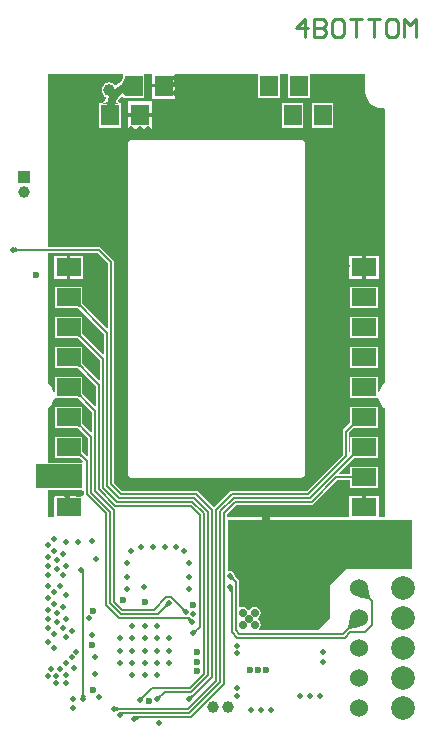
<source format=gbl>
G04*
G04 #@! TF.GenerationSoftware,Altium Limited,Altium Designer,20.0.1 (14)*
G04*
G04 Layer_Physical_Order=4*
G04 Layer_Color=16711680*
%FSLAX44Y44*%
%MOMM*%
G71*
G01*
G75*
%ADD10C,0.2540*%
%ADD20C,0.1800*%
%ADD41C,1.0000*%
%ADD77C,0.5000*%
%ADD78R,1.0000X1.0000*%
%ADD79C,2.0000*%
%ADD80C,1.5240*%
%ADD81C,0.6000*%
%ADD82C,0.7000*%
%ADD90C,0.7000*%
%ADD91R,1.5000X1.8000*%
%ADD92R,2.0000X1.5000*%
%ADD93R,3.8773X2.0000*%
G36*
X125030Y540031D02*
X123223Y542645D01*
X123072Y550526D01*
X125030Y555273D01*
Y540031D01*
D02*
G37*
G36*
X328813Y543666D02*
X328813Y543666D01*
X328749D01*
X329226Y540045D01*
X330624Y536671D01*
X332847Y533774D01*
X335744Y531551D01*
X339118Y530153D01*
X342739Y529676D01*
X344045Y529848D01*
X345000Y529011D01*
Y296927D01*
X344004Y296162D01*
X341781Y293265D01*
X340383Y289891D01*
X340370Y289792D01*
X339100Y289875D01*
Y302500D01*
X315900D01*
Y284300D01*
X338885D01*
X339100Y284300D01*
X340215Y283926D01*
X340383Y282649D01*
X341781Y279275D01*
X344004Y276378D01*
X345000Y275613D01*
Y183500D01*
X340040D01*
Y201840D01*
X329000D01*
Y191800D01*
X326000D01*
Y201840D01*
X314960D01*
Y183500D01*
X211549D01*
Y185944D01*
X219756Y194151D01*
X283508D01*
X284484Y194345D01*
X285311Y194898D01*
X305064Y214651D01*
X315900D01*
Y208100D01*
X339100D01*
Y226300D01*
X315900D01*
Y219749D01*
X307013D01*
X306527Y220922D01*
X319105Y233500D01*
X339100D01*
Y251700D01*
X315900D01*
Y239102D01*
X315819Y239025D01*
X314549Y239570D01*
Y254944D01*
X318505Y258900D01*
X339100D01*
Y277100D01*
X315900D01*
Y264157D01*
X315683Y263288D01*
X310198Y257802D01*
X309645Y256975D01*
X309451Y256000D01*
Y236056D01*
X279444Y206049D01*
X215884D01*
X214908Y205855D01*
X214081Y205302D01*
X200404Y191625D01*
X186727Y205302D01*
X185900Y205855D01*
X184925Y206049D01*
X122556D01*
X115949Y212656D01*
Y399600D01*
X115755Y400575D01*
X115202Y401402D01*
X104802Y411802D01*
X103975Y412355D01*
X103000Y412549D01*
X60000D01*
Y558344D01*
X123400D01*
Y555598D01*
X121811Y551747D01*
X118488Y549971D01*
X117977Y549552D01*
X116715Y549697D01*
X116707Y549707D01*
X115329Y550765D01*
X113723Y551430D01*
X112000Y551657D01*
X110277Y551430D01*
X108672Y550765D01*
X107293Y549707D01*
X106235Y548329D01*
X105570Y546723D01*
X105343Y545000D01*
X105570Y543277D01*
X106235Y541671D01*
X107293Y540293D01*
X108672Y539235D01*
X109045Y539080D01*
X109198Y538652D01*
X108446Y536172D01*
X105338Y534600D01*
X103400D01*
Y513400D01*
X121600D01*
Y532969D01*
X121601Y532973D01*
X121600Y532977D01*
Y534600D01*
X120486D01*
X119218Y535490D01*
X120157Y537247D01*
X121932Y539410D01*
X122269Y539595D01*
X123400Y539000D01*
Y538400D01*
X125026D01*
X125030Y538399D01*
X125035Y538400D01*
X141600D01*
Y558344D01*
X147860D01*
Y550500D01*
X157900D01*
X167940D01*
Y558344D01*
X238000D01*
Y538400D01*
X256200D01*
Y558344D01*
X263400D01*
Y538400D01*
X281600D01*
Y558344D01*
X328813D01*
Y543666D01*
D02*
G37*
G36*
X117118Y534970D02*
X119970Y532970D01*
X105669Y532939D01*
X109784Y535021D01*
X117118Y534970D01*
D02*
G37*
G36*
X34332Y410900D02*
Y409100D01*
X32001Y408001D01*
Y411999D01*
X34332Y410900D01*
D02*
G37*
G36*
X87851Y363021D02*
X86579Y361749D01*
X84924Y362131D01*
X87470Y364676D01*
X87851Y363021D01*
D02*
G37*
G36*
X110851Y398544D02*
Y344013D01*
X109678Y343527D01*
X89328Y363876D01*
X89100Y364866D01*
Y378700D01*
X65900D01*
Y360500D01*
X84734D01*
X85723Y360272D01*
X107451Y338544D01*
Y321813D01*
X106278Y321327D01*
X89328Y338276D01*
X89100Y339266D01*
Y353300D01*
X65900D01*
Y335100D01*
X83854D01*
X84100Y335051D01*
X84747D01*
X85524Y334872D01*
X104051Y316344D01*
Y300013D01*
X102878Y299527D01*
X89328Y313076D01*
X89100Y314066D01*
Y327900D01*
X65900D01*
Y309700D01*
X84734D01*
X85723Y309472D01*
X100651Y294544D01*
Y278013D01*
X99478Y277527D01*
X89328Y287677D01*
X89100Y288666D01*
Y302500D01*
X65900D01*
Y289874D01*
X64630Y289791D01*
X64617Y289891D01*
X63219Y293265D01*
X60996Y296162D01*
X60000Y296926D01*
Y407451D01*
X101944D01*
X110851Y398544D01*
D02*
G37*
G36*
X87851Y337421D02*
X86378Y336349D01*
X84724Y336730D01*
X87470Y339076D01*
X87851Y337421D01*
D02*
G37*
G36*
Y312221D02*
X86579Y310949D01*
X84924Y311331D01*
X87470Y313876D01*
X87851Y312221D01*
D02*
G37*
G36*
Y286821D02*
X86579Y285549D01*
X84924Y285931D01*
X87470Y288476D01*
X87851Y286821D01*
D02*
G37*
G36*
X317530Y260530D02*
X317421Y260149D01*
X317149Y262421D01*
X317561Y264076D01*
X317530Y260530D01*
D02*
G37*
G36*
X87851Y261421D02*
X86579Y260149D01*
X84924Y260530D01*
X87470Y263076D01*
X87851Y261421D01*
D02*
G37*
G36*
X85723Y284072D02*
X97251Y272544D01*
Y256013D01*
X96078Y255527D01*
X89328Y262276D01*
X89100Y263266D01*
Y277100D01*
X65900D01*
Y258900D01*
X84734D01*
X85723Y258672D01*
X93851Y250544D01*
Y235413D01*
X92678Y234927D01*
X89317Y238288D01*
X89100Y239157D01*
Y251700D01*
X65900D01*
Y233500D01*
X86895D01*
X89642Y230753D01*
X89016Y229583D01*
X88773Y229631D01*
X60000D01*
Y275613D01*
X60996Y276378D01*
X63219Y279275D01*
X64617Y282649D01*
X64785Y283926D01*
X65900Y284300D01*
Y284300D01*
X84734D01*
X85723Y284072D01*
D02*
G37*
G36*
X87851Y237421D02*
Y234876D01*
X87470Y235131D01*
X87439Y239076D01*
X87851Y237421D01*
D02*
G37*
G36*
X317536Y235679D02*
X318022Y234749D01*
X317530Y235131D01*
X317536Y235679D01*
X317149Y236421D01*
X317561Y238076D01*
X317536Y235679D01*
D02*
G37*
G36*
X317561Y215400D02*
X316991Y216300D01*
Y218100D01*
X317561Y219000D01*
Y215400D01*
D02*
G37*
G36*
X90001Y206021D02*
X90451Y205669D01*
Y203000D01*
X90464Y202934D01*
X89387Y201840D01*
X79000D01*
Y191800D01*
X76000D01*
Y201840D01*
X64960D01*
Y183500D01*
X60000D01*
Y206369D01*
X88773D01*
X89181Y206450D01*
X90001Y206021D01*
D02*
G37*
G36*
X90636Y137636D02*
X89364Y136364D01*
X87791Y136509D01*
X90491Y139209D01*
X90636Y137636D01*
D02*
G37*
G36*
X217346Y131926D02*
X216073Y130654D01*
X213648Y131525D01*
X216475Y134352D01*
X217346Y131926D01*
D02*
G37*
G36*
X216500Y120579D02*
X214700Y120100D01*
X212832Y121790D01*
X216445Y123480D01*
X216500Y120579D01*
D02*
G37*
G36*
X332220Y115303D02*
X330947Y114030D01*
X321927Y115706D01*
X330544Y124323D01*
X332220Y115303D01*
D02*
G37*
G36*
X162610Y108280D02*
X160184Y107409D01*
X158912Y108682D01*
X159783Y111107D01*
X162610Y108280D01*
D02*
G37*
G36*
X176998Y105700D02*
X174008Y103045D01*
X173266Y105546D01*
X174668Y106689D01*
X176998Y105700D01*
D02*
G37*
G36*
X182352Y97475D02*
X179525Y94648D01*
X178654Y97073D01*
X179926Y98346D01*
X182352Y97475D01*
D02*
G37*
G36*
X324073Y90306D02*
X315053Y88630D01*
X313780Y89903D01*
X315456Y98923D01*
X324073Y90306D01*
D02*
G37*
G36*
X368000Y140000D02*
X313000Y140000D01*
X299000Y126000D01*
Y98000D01*
X289000Y88000D01*
X239557D01*
X238976Y89270D01*
X239804Y90510D01*
X240200Y92500D01*
X239804Y94490D01*
X238677Y96177D01*
X237840Y96736D01*
Y98264D01*
X238677Y98823D01*
X239804Y100510D01*
X240200Y102500D01*
X239804Y104490D01*
X238677Y106177D01*
X236990Y107304D01*
X235000Y107700D01*
X233010Y107304D01*
X231323Y106177D01*
X230764Y105340D01*
X229236D01*
X228677Y106177D01*
X226990Y107304D01*
X225000Y107700D01*
X223010Y107304D01*
X222669Y107076D01*
X221549Y107675D01*
Y129000D01*
X221355Y129976D01*
X220802Y130802D01*
X218744Y132861D01*
X218010Y134903D01*
X217996Y134928D01*
X217862Y135600D01*
X216956Y136956D01*
X215600Y137862D01*
X214000Y138180D01*
X213270Y138035D01*
X212000Y139006D01*
Y181000D01*
X368000D01*
Y140000D01*
D02*
G37*
G36*
X186265Y87155D02*
X185394Y84729D01*
X182567Y87556D01*
X184993Y88427D01*
X186265Y87155D01*
D02*
G37*
G36*
X91999Y31501D02*
X88001D01*
X89100Y33832D01*
X90900D01*
X91999Y31501D01*
D02*
G37*
G36*
X183086Y31238D02*
X181966Y29066D01*
X179549Y32250D01*
X182117Y32815D01*
X183086Y31238D01*
D02*
G37*
G36*
X155846Y31323D02*
X154975Y28898D01*
X152148Y31725D01*
X154573Y32596D01*
X155846Y31323D01*
D02*
G37*
G36*
X141324Y31122D02*
X140479Y28679D01*
X137617Y31470D01*
X140024Y32368D01*
X141324Y31122D01*
D02*
G37*
G36*
X119571Y22400D02*
X119968Y20600D01*
X117741Y19206D01*
X117239Y23172D01*
X119571Y22400D01*
D02*
G37*
G36*
X123636Y17364D02*
X123491Y15791D01*
X120791Y18491D01*
X122363Y18636D01*
X123636Y17364D01*
D02*
G37*
G36*
X136851Y13350D02*
X135269Y11451D01*
X133395Y14969D01*
X136285Y15150D01*
X136851Y13350D01*
D02*
G37*
%LPC*%
G36*
X167940Y547500D02*
X157900D01*
X147860D01*
Y537460D01*
X167940D01*
Y547500D01*
D02*
G37*
G36*
X147940Y535540D02*
X127860D01*
Y525500D01*
X137900D01*
X147940D01*
Y535540D01*
D02*
G37*
G36*
X301600Y534600D02*
X283400D01*
Y513400D01*
X301600D01*
Y534600D01*
D02*
G37*
G36*
X276200D02*
X258000D01*
Y513400D01*
X276200D01*
Y534600D01*
D02*
G37*
G36*
X147940Y522500D02*
X137900D01*
X127860D01*
Y512460D01*
X147940D01*
Y522500D01*
D02*
G37*
G36*
X340040Y405040D02*
X329000D01*
Y395000D01*
Y384960D01*
X340040D01*
Y405040D01*
D02*
G37*
G36*
X326000D02*
X314960D01*
Y384960D01*
X326000D01*
Y395000D01*
Y405040D01*
D02*
G37*
G36*
X339100Y378700D02*
X315900D01*
Y360500D01*
X339100D01*
Y378700D01*
D02*
G37*
G36*
Y353300D02*
X315900D01*
Y335100D01*
X339100D01*
Y353300D01*
D02*
G37*
G36*
Y327900D02*
X315900D01*
Y309700D01*
X339100D01*
Y327900D01*
D02*
G37*
G36*
X274500Y502926D02*
X130500D01*
X129380Y502704D01*
X128431Y502069D01*
X127796Y501120D01*
X127574Y500000D01*
Y220000D01*
X127796Y218880D01*
X128431Y217931D01*
X129380Y217297D01*
X130500Y217074D01*
X274500D01*
X275620Y217297D01*
X276569Y217931D01*
X277204Y218880D01*
X277426Y220000D01*
Y500000D01*
X277204Y501120D01*
X276569Y502069D01*
X275620Y502704D01*
X274500Y502926D01*
D02*
G37*
G36*
X90040Y405040D02*
X79000D01*
Y395000D01*
Y384960D01*
X90040D01*
Y405040D01*
D02*
G37*
G36*
X76000D02*
X64960D01*
Y384960D01*
X76000D01*
Y395000D01*
Y405040D01*
D02*
G37*
%LPD*%
D10*
X277617Y590000D02*
Y605235D01*
X270000Y597617D01*
X280157D01*
X285235Y605235D02*
Y590000D01*
X292853D01*
X295392Y592539D01*
Y595078D01*
X292853Y597617D01*
X285235D01*
X292853D01*
X295392Y600157D01*
Y602696D01*
X292853Y605235D01*
X285235D01*
X308088D02*
X303009D01*
X300470Y602696D01*
Y592539D01*
X303009Y590000D01*
X308088D01*
X310627Y592539D01*
Y602696D01*
X308088Y605235D01*
X315705D02*
X325862D01*
X320784D01*
Y590000D01*
X330940Y605235D02*
X341097D01*
X336019D01*
Y590000D01*
X353793Y605235D02*
X348714D01*
X346175Y602696D01*
Y592539D01*
X348714Y590000D01*
X353793D01*
X356332Y592539D01*
Y602696D01*
X353793Y605235D01*
X361410Y590000D02*
Y605235D01*
X366489Y600157D01*
X371567Y605235D01*
Y590000D01*
D20*
X116500Y21500D02*
X178383D01*
X116000Y21000D02*
X116500Y21500D01*
X178383D02*
X202100Y45217D01*
X123000Y18000D02*
X179691D01*
X121000Y16000D02*
X123000Y18000D01*
X179691D02*
X205600Y43909D01*
X134750Y14250D02*
X180749D01*
X133000Y12500D02*
X134750Y14250D01*
X180749D02*
X209000Y42501D01*
X90000Y30000D02*
Y137000D01*
X88000Y139000D02*
X90000Y137000D01*
X209000Y42501D02*
Y187000D01*
X205600Y43909D02*
Y188408D01*
X202100Y45217D02*
Y189716D01*
X215600Y85992D02*
Y122400D01*
X219000Y88000D02*
Y129000D01*
X209000Y187000D02*
X218700Y196700D01*
X214000Y134000D02*
X219000Y129000D01*
X214000Y124000D02*
X215600Y122400D01*
X219000Y88000D02*
X222000Y85000D01*
X205600Y188408D02*
X217292Y200100D01*
X215600Y85992D02*
X219992Y81600D01*
X198700Y48125D02*
Y189725D01*
X195300Y49533D02*
Y188317D01*
X191900Y50942D02*
Y186908D01*
X188500Y90662D02*
Y185500D01*
X182919Y85081D02*
X188500Y90662D01*
X179513Y28938D02*
X198700Y48125D01*
X181367Y35600D02*
X195300Y49533D01*
X182108Y196700D02*
X191900Y186908D01*
X183517Y200100D02*
X195300Y188317D01*
X179958Y39000D02*
X191900Y50942D01*
X184925Y203500D02*
X198700Y189725D01*
X180700Y193300D02*
X188500Y185500D01*
X179062Y28938D02*
X179513D01*
X103000Y410000D02*
X113400Y399600D01*
X31000Y410000D02*
X103000D01*
X113400Y211600D02*
Y399600D01*
X202100Y189716D02*
X215884Y203500D01*
X158850Y35600D02*
X181367D01*
X147929Y39000D02*
X179958D01*
X153103Y101600D02*
X162258Y110755D01*
X121592Y101600D02*
X153103D01*
X123000Y105000D02*
X149431D01*
X164329Y115755D02*
X176500Y103584D01*
Y103250D02*
Y103584D01*
X149431Y105000D02*
X160187Y115755D01*
X164329D01*
X152500Y29250D02*
X158850Y35600D01*
X138000Y29000D02*
Y29071D01*
X147929Y39000D01*
X219992Y81600D02*
X311558D01*
X315958Y86000D01*
X222000Y85000D02*
X310150D01*
X323000Y97850D01*
X116000Y112000D02*
X123000Y105000D01*
X116000Y112000D02*
Y189617D01*
X215884Y203500D02*
X280500D01*
X312000Y235000D01*
X217292Y200100D02*
X282100D01*
X218700Y196700D02*
X283508D01*
X304008Y217200D01*
X282100Y200100D02*
X325000Y243000D01*
X120383Y98000D02*
X179000D01*
X109200Y109183D02*
X120383Y98000D01*
X109200Y109183D02*
Y186800D01*
X112600Y110592D02*
Y188208D01*
Y110592D02*
X121592Y101600D01*
X179000Y98000D02*
X182000Y95000D01*
X323000Y123250D02*
X334000Y112250D01*
Y92000D02*
Y112250D01*
X328000Y86000D02*
X334000Y92000D01*
X315958Y86000D02*
X328000D01*
X117125Y193300D02*
X180700D01*
X312000Y235000D02*
Y256000D01*
X304008Y217200D02*
X327500D01*
X325000Y243000D02*
X327100D01*
X312000Y256000D02*
X324000Y268000D01*
X121500Y203500D02*
X184925D01*
X119941Y200100D02*
X183517D01*
X118533Y196700D02*
X182108D01*
X113400Y211600D02*
X121500Y203500D01*
X110000Y210042D02*
X119941Y200100D01*
X106600Y208633D02*
X118533Y196700D01*
X103200Y207225D02*
X117125Y193300D01*
X93000Y203000D02*
X109200Y186800D01*
X96400Y204408D02*
X112600Y188208D01*
X99800Y205817D02*
X116000Y189617D01*
X110000Y210042D02*
Y339600D01*
X80000Y369600D02*
X110000Y339600D01*
X106600Y208633D02*
Y317400D01*
X86400Y337600D02*
X106600Y317400D01*
X80000Y318800D02*
X103200Y295600D01*
Y207225D02*
Y295600D01*
X99800Y205817D02*
Y273600D01*
X96400Y204408D02*
Y251600D01*
X80000Y268000D02*
X96400Y251600D01*
X80000Y293400D02*
X99800Y273600D01*
X93000Y203000D02*
Y231000D01*
X81400Y242600D02*
X93000Y231000D01*
X77500Y293400D02*
X80000D01*
X84100Y337600D02*
X86400D01*
X77500Y344200D02*
X84100Y337600D01*
X77500Y369600D02*
X80000D01*
X77500Y318800D02*
X80000D01*
X77500Y242600D02*
X81400D01*
X77500Y268000D02*
X80000D01*
X324000D02*
X327500D01*
X327100Y243000D02*
X327500Y242600D01*
D41*
X212250Y22500D02*
D03*
X199750D02*
D03*
X40000Y458850D02*
D03*
X112000Y545000D02*
D03*
D77*
X162750Y81000D02*
D03*
Y70500D02*
D03*
Y60000D02*
D03*
X152250Y49500D02*
D03*
X141750D02*
D03*
X131250D02*
D03*
X120750Y60000D02*
D03*
Y70500D02*
D03*
Y81000D02*
D03*
X131250Y91500D02*
D03*
X152250D02*
D03*
X141750D02*
D03*
X131250Y81000D02*
D03*
Y70500D02*
D03*
Y60000D02*
D03*
X152250D02*
D03*
X141750D02*
D03*
Y81000D02*
D03*
X152250D02*
D03*
Y70500D02*
D03*
X141750D02*
D03*
X97630Y84000D02*
D03*
X95000Y98000D02*
D03*
X330000Y517000D02*
D03*
X335500Y506000D02*
D03*
X330000Y495000D02*
D03*
X335500Y484000D02*
D03*
X330000Y473000D02*
D03*
X335500Y462000D02*
D03*
X330000Y451000D02*
D03*
X335500Y440000D02*
D03*
X330000Y429000D02*
D03*
X335500Y418000D02*
D03*
X330000Y407000D02*
D03*
X319000Y539000D02*
D03*
X324500Y528000D02*
D03*
X319000Y517000D02*
D03*
X324500Y506000D02*
D03*
X319000Y495000D02*
D03*
X324500Y484000D02*
D03*
X319000Y473000D02*
D03*
X324500Y462000D02*
D03*
X319000Y451000D02*
D03*
X324500Y440000D02*
D03*
X319000Y429000D02*
D03*
X324500Y418000D02*
D03*
X319000Y407000D02*
D03*
X313500Y550000D02*
D03*
X308000Y539000D02*
D03*
X313500Y528000D02*
D03*
X308000Y517000D02*
D03*
X313500Y506000D02*
D03*
X308000Y495000D02*
D03*
X313500Y484000D02*
D03*
X308000Y473000D02*
D03*
X313500Y462000D02*
D03*
X308000Y451000D02*
D03*
X313500Y440000D02*
D03*
X308000Y429000D02*
D03*
X313500Y418000D02*
D03*
X308000Y407000D02*
D03*
X313500Y396000D02*
D03*
X308000Y385000D02*
D03*
Y363000D02*
D03*
Y341000D02*
D03*
X313500Y330000D02*
D03*
X308000Y319000D02*
D03*
X313500Y308000D02*
D03*
X308000Y297000D02*
D03*
Y275000D02*
D03*
Y209000D02*
D03*
X302500Y550000D02*
D03*
X297000Y539000D02*
D03*
X302500Y506000D02*
D03*
X297000Y495000D02*
D03*
X302500Y484000D02*
D03*
X297000Y473000D02*
D03*
X302500Y462000D02*
D03*
X297000Y451000D02*
D03*
X302500Y440000D02*
D03*
X297000Y429000D02*
D03*
X302500Y418000D02*
D03*
X297000Y407000D02*
D03*
X302500Y396000D02*
D03*
X297000Y385000D02*
D03*
X302500Y374000D02*
D03*
X297000Y363000D02*
D03*
X302500Y352000D02*
D03*
X297000Y341000D02*
D03*
X302500Y330000D02*
D03*
X297000Y319000D02*
D03*
X302500Y308000D02*
D03*
X297000Y297000D02*
D03*
X302500Y286000D02*
D03*
X297000Y275000D02*
D03*
X302500Y264000D02*
D03*
X297000Y253000D02*
D03*
X302500Y242000D02*
D03*
X297000Y231000D02*
D03*
X291500Y550000D02*
D03*
X286000Y539000D02*
D03*
X291500Y506000D02*
D03*
X286000Y495000D02*
D03*
X291500Y484000D02*
D03*
X286000Y473000D02*
D03*
X291500Y462000D02*
D03*
X286000Y451000D02*
D03*
X291500Y440000D02*
D03*
X286000Y429000D02*
D03*
X291500Y418000D02*
D03*
X286000Y407000D02*
D03*
X291500Y396000D02*
D03*
X286000Y385000D02*
D03*
X291500Y374000D02*
D03*
X286000Y363000D02*
D03*
X291500Y352000D02*
D03*
X286000Y341000D02*
D03*
X291500Y330000D02*
D03*
X286000Y319000D02*
D03*
X291500Y308000D02*
D03*
X286000Y297000D02*
D03*
X291500Y286000D02*
D03*
X286000Y275000D02*
D03*
X291500Y264000D02*
D03*
X286000Y253000D02*
D03*
X291500Y242000D02*
D03*
X286000Y231000D02*
D03*
X280500Y528000D02*
D03*
Y506000D02*
D03*
X275000Y209000D02*
D03*
X264000D02*
D03*
X253000Y517000D02*
D03*
Y209000D02*
D03*
X247500Y528000D02*
D03*
X242000Y517000D02*
D03*
Y209000D02*
D03*
X231000Y539000D02*
D03*
X236500Y528000D02*
D03*
X231000Y517000D02*
D03*
Y209000D02*
D03*
X225500Y550000D02*
D03*
X220000Y539000D02*
D03*
X225500Y528000D02*
D03*
X220000Y517000D02*
D03*
Y209000D02*
D03*
X214500Y550000D02*
D03*
X209000Y539000D02*
D03*
X214500Y528000D02*
D03*
X209000Y517000D02*
D03*
Y209000D02*
D03*
X203500Y550000D02*
D03*
X198000Y539000D02*
D03*
X203500Y528000D02*
D03*
X198000Y517000D02*
D03*
Y209000D02*
D03*
X192500Y550000D02*
D03*
X187000Y539000D02*
D03*
X192500Y528000D02*
D03*
X187000Y517000D02*
D03*
Y209000D02*
D03*
X181500Y550000D02*
D03*
X176000Y539000D02*
D03*
X181500Y528000D02*
D03*
X176000Y517000D02*
D03*
Y209000D02*
D03*
X165000D02*
D03*
X159500Y528000D02*
D03*
X154000Y209000D02*
D03*
X143000D02*
D03*
X132000D02*
D03*
X121000Y495000D02*
D03*
Y473000D02*
D03*
Y451000D02*
D03*
Y429000D02*
D03*
Y407000D02*
D03*
Y385000D02*
D03*
Y363000D02*
D03*
Y341000D02*
D03*
Y319000D02*
D03*
Y297000D02*
D03*
Y275000D02*
D03*
Y253000D02*
D03*
Y231000D02*
D03*
X110000Y495000D02*
D03*
X115500Y484000D02*
D03*
X110000Y473000D02*
D03*
X115500Y462000D02*
D03*
X110000Y451000D02*
D03*
X115500Y440000D02*
D03*
X110000Y429000D02*
D03*
X115500Y418000D02*
D03*
X99000Y495000D02*
D03*
X104500Y484000D02*
D03*
X99000Y473000D02*
D03*
X104500Y462000D02*
D03*
X99000Y451000D02*
D03*
X104500Y440000D02*
D03*
X99000Y429000D02*
D03*
X104500Y418000D02*
D03*
Y396000D02*
D03*
X99000Y385000D02*
D03*
X104500Y374000D02*
D03*
X99000Y363000D02*
D03*
Y341000D02*
D03*
X104500Y330000D02*
D03*
X88000Y495000D02*
D03*
X93500Y484000D02*
D03*
X88000Y473000D02*
D03*
X93500Y462000D02*
D03*
X88000Y451000D02*
D03*
X93500Y440000D02*
D03*
X88000Y429000D02*
D03*
X93500Y418000D02*
D03*
Y396000D02*
D03*
Y374000D02*
D03*
Y264000D02*
D03*
X77000Y539000D02*
D03*
Y495000D02*
D03*
X82500Y484000D02*
D03*
X77000Y473000D02*
D03*
X82500Y462000D02*
D03*
X77000Y451000D02*
D03*
X82500Y440000D02*
D03*
X77000Y429000D02*
D03*
X82500Y418000D02*
D03*
X66000Y539000D02*
D03*
X71500Y528000D02*
D03*
X66000Y517000D02*
D03*
X71500Y506000D02*
D03*
X66000Y495000D02*
D03*
X71500Y484000D02*
D03*
X66000Y473000D02*
D03*
X71500Y462000D02*
D03*
X66000Y451000D02*
D03*
X71500Y440000D02*
D03*
X66000Y429000D02*
D03*
X71500Y418000D02*
D03*
X81000Y22000D02*
D03*
X100000Y51000D02*
D03*
X103000Y31000D02*
D03*
X81000Y30000D02*
D03*
X82000Y56000D02*
D03*
X67000Y49000D02*
D03*
X293000Y60500D02*
D03*
Y69000D02*
D03*
X273500Y32000D02*
D03*
X290500D02*
D03*
X282000D02*
D03*
X183000Y101750D02*
D03*
X240500Y20000D02*
D03*
X220000Y32000D02*
D03*
X75000Y202500D02*
D03*
X60000Y48750D02*
D03*
X65000Y72500D02*
D03*
X97000Y163500D02*
D03*
X85000Y162500D02*
D03*
X60000Y135000D02*
D03*
X67500Y140000D02*
D03*
X72500Y135000D02*
D03*
X75000Y142500D02*
D03*
X60000D02*
D03*
Y150000D02*
D03*
X67500Y147500D02*
D03*
X72500Y152500D02*
D03*
X65000Y155000D02*
D03*
X60000Y160000D02*
D03*
X65000Y165000D02*
D03*
X75000Y162500D02*
D03*
X249000Y20000D02*
D03*
X232000D02*
D03*
X220000Y39000D02*
D03*
X75000Y117500D02*
D03*
X70000Y125000D02*
D03*
X65000Y120000D02*
D03*
X60000Y125000D02*
D03*
Y115000D02*
D03*
X65000Y110000D02*
D03*
X72500Y107500D02*
D03*
X67500Y102500D02*
D03*
X60000Y105000D02*
D03*
X179562Y29750D02*
D03*
X162258Y110755D02*
D03*
X152500Y29250D02*
D03*
X154000Y9000D02*
D03*
X138000Y29000D02*
D03*
X90000Y30000D02*
D03*
X133000Y12500D02*
D03*
X99500Y65500D02*
D03*
X83500Y69750D02*
D03*
X176500Y103250D02*
D03*
X100000Y555000D02*
D03*
X92500D02*
D03*
X85000D02*
D03*
Y542500D02*
D03*
Y535000D02*
D03*
Y527500D02*
D03*
X125000Y520000D02*
D03*
X100000D02*
D03*
X92500D02*
D03*
X85000D02*
D03*
Y512500D02*
D03*
Y505000D02*
D03*
X152500Y535000D02*
D03*
Y527500D02*
D03*
Y520000D02*
D03*
X92500Y512500D02*
D03*
Y505000D02*
D03*
X115000D02*
D03*
X107500D02*
D03*
X100000D02*
D03*
Y512500D02*
D03*
X130000D02*
D03*
X137500D02*
D03*
X88000Y139000D02*
D03*
X101000Y148000D02*
D03*
X167500Y555000D02*
D03*
Y550000D02*
D03*
Y542500D02*
D03*
Y535000D02*
D03*
Y527500D02*
D03*
Y520000D02*
D03*
Y512500D02*
D03*
X145000Y555000D02*
D03*
X160000Y512500D02*
D03*
X152500D02*
D03*
X145000Y550000D02*
D03*
Y542500D02*
D03*
Y512500D02*
D03*
X75000Y515000D02*
D03*
Y545000D02*
D03*
X214000Y134000D02*
D03*
Y124000D02*
D03*
X220000Y74250D02*
D03*
Y68250D02*
D03*
X30500Y410000D02*
D03*
X182000Y95000D02*
D03*
X116000Y21000D02*
D03*
X121000Y16000D02*
D03*
X130500Y154500D02*
D03*
X168000Y158000D02*
D03*
X139000D02*
D03*
X175500Y154500D02*
D03*
X159000Y158000D02*
D03*
X149000D02*
D03*
X60000Y97500D02*
D03*
X75500Y42750D02*
D03*
X75000Y97500D02*
D03*
X72500Y90000D02*
D03*
X65000Y85000D02*
D03*
X60000Y77500D02*
D03*
X75000Y50000D02*
D03*
X67000Y43250D02*
D03*
X62500Y54750D02*
D03*
X75000Y82500D02*
D03*
X80000Y87500D02*
D03*
X70000Y55000D02*
D03*
X80000Y65000D02*
D03*
X75000Y60000D02*
D03*
X67500Y95000D02*
D03*
X60000Y90000D02*
D03*
X179000Y123000D02*
D03*
X127000Y133000D02*
D03*
Y123000D02*
D03*
X182919Y85081D02*
D03*
X141000Y124000D02*
D03*
X179000Y133000D02*
D03*
Y145000D02*
D03*
X127000D02*
D03*
D78*
X40000Y471350D02*
D03*
D79*
X361000Y123250D02*
D03*
Y97850D02*
D03*
Y72450D02*
D03*
Y47050D02*
D03*
Y21650D02*
D03*
D80*
X323000Y123250D02*
D03*
Y97850D02*
D03*
Y72450D02*
D03*
Y47050D02*
D03*
Y21650D02*
D03*
D81*
X145250Y28000D02*
D03*
X186000Y61250D02*
D03*
Y53000D02*
D03*
Y69500D02*
D03*
X97000Y75250D02*
D03*
X98000Y37000D02*
D03*
X64000Y203000D02*
D03*
X86000D02*
D03*
X123500Y113000D02*
D03*
X49500Y389000D02*
D03*
X245000Y54000D02*
D03*
X238000D02*
D03*
X231000D02*
D03*
X183000Y109000D02*
D03*
X142000Y112000D02*
D03*
X97928Y104500D02*
D03*
D82*
X244750Y183250D02*
D03*
X275000Y95000D02*
D03*
X260000D02*
D03*
X290000D02*
D03*
X54000Y224000D02*
D03*
Y212000D02*
D03*
X64000Y224000D02*
D03*
Y212000D02*
D03*
X59000Y218000D02*
D03*
X245000Y129000D02*
D03*
Y120000D02*
D03*
X225000Y102500D02*
D03*
X235000D02*
D03*
X245000Y102000D02*
D03*
Y111000D02*
D03*
X230000Y97500D02*
D03*
X335000Y175000D02*
D03*
X297000Y133000D02*
D03*
X225000Y92500D02*
D03*
X235000D02*
D03*
X245000Y147000D02*
D03*
Y156000D02*
D03*
Y165000D02*
D03*
Y174000D02*
D03*
X329000Y145000D02*
D03*
X280000Y144000D02*
D03*
X342500Y175000D02*
D03*
X316000Y177500D02*
D03*
X293000Y177250D02*
D03*
X299000Y171000D02*
D03*
X298750Y152250D02*
D03*
D90*
X132500Y549000D02*
G03*
X112500Y529000I0J-20000D01*
G01*
Y524000D02*
Y529000D01*
D91*
X132500Y549000D02*
D03*
X112500Y524000D02*
D03*
X267100D02*
D03*
X292500D02*
D03*
X137900D02*
D03*
X157900Y549000D02*
D03*
X272500D02*
D03*
X247100D02*
D03*
D92*
X77500Y217200D02*
D03*
Y395000D02*
D03*
Y369600D02*
D03*
Y344200D02*
D03*
Y318800D02*
D03*
Y293400D02*
D03*
Y268000D02*
D03*
Y242600D02*
D03*
Y191800D02*
D03*
X327500Y395000D02*
D03*
Y369600D02*
D03*
Y344200D02*
D03*
Y318800D02*
D03*
Y293400D02*
D03*
Y268000D02*
D03*
Y242600D02*
D03*
Y217200D02*
D03*
Y191800D02*
D03*
D93*
X69387Y218000D02*
D03*
M02*

</source>
